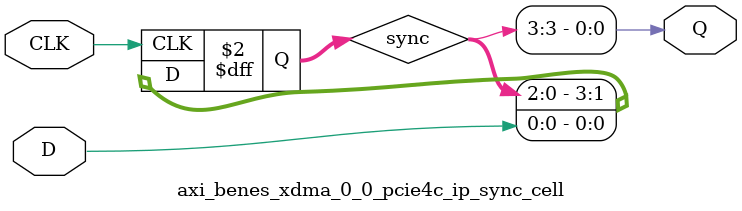
<source format=v>

`timescale 1ps / 1ps

(* DowngradeIPIdentifiedWarnings = "yes" *)
module axi_benes_xdma_0_0_pcie4c_ip_sync_cell #
(
    parameter integer STAGE = 3
)
(
    //-------------------------------------------------------------------------- 
    //  Input Ports
    //-------------------------------------------------------------------------- 
    input                               CLK,
    input                               D,
    
    //-------------------------------------------------------------------------- 
    //  Output Ports
    //-------------------------------------------------------------------------- 
    output                              Q
);
    //-------------------------------------------------------------------------- 
    //  Synchronized Signals
    //--------------------------------------------------------------------------  
    (* ASYNC_REG = "TRUE", SHIFT_EXTRACT = "NO" *) reg [STAGE:0] sync;                                                            



//--------------------------------------------------------------------------------------------------
//  Synchronizier
//--------------------------------------------------------------------------------------------------
always @ (posedge CLK)
begin

    sync <= {sync[(STAGE-1):0], D};
            
end   



//--------------------------------------------------------------------------------------------------
//  Generate Output
//--------------------------------------------------------------------------------------------------
assign Q = sync[STAGE];



endmodule

</source>
